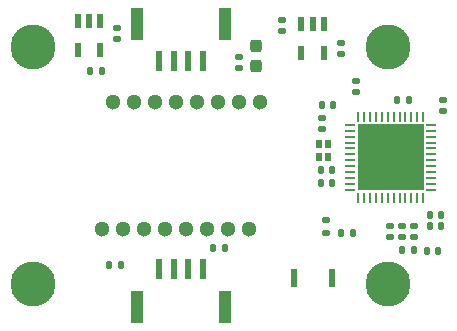
<source format=gbr>
%TF.GenerationSoftware,KiCad,Pcbnew,9.0.5*%
%TF.CreationDate,2025-10-14T06:31:36+02:00*%
%TF.ProjectId,PCB_Mouse,5043425f-4d6f-4757-9365-2e6b69636164,rev?*%
%TF.SameCoordinates,Original*%
%TF.FileFunction,Soldermask,Top*%
%TF.FilePolarity,Negative*%
%FSLAX46Y46*%
G04 Gerber Fmt 4.6, Leading zero omitted, Abs format (unit mm)*
G04 Created by KiCad (PCBNEW 9.0.5) date 2025-10-14 06:31:36*
%MOMM*%
%LPD*%
G01*
G04 APERTURE LIST*
G04 Aperture macros list*
%AMRoundRect*
0 Rectangle with rounded corners*
0 $1 Rounding radius*
0 $2 $3 $4 $5 $6 $7 $8 $9 X,Y pos of 4 corners*
0 Add a 4 corners polygon primitive as box body*
4,1,4,$2,$3,$4,$5,$6,$7,$8,$9,$2,$3,0*
0 Add four circle primitives for the rounded corners*
1,1,$1+$1,$2,$3*
1,1,$1+$1,$4,$5*
1,1,$1+$1,$6,$7*
1,1,$1+$1,$8,$9*
0 Add four rect primitives between the rounded corners*
20,1,$1+$1,$2,$3,$4,$5,0*
20,1,$1+$1,$4,$5,$6,$7,0*
20,1,$1+$1,$6,$7,$8,$9,0*
20,1,$1+$1,$8,$9,$2,$3,0*%
G04 Aperture macros list end*
%ADD10RoundRect,0.135000X-0.135000X-0.185000X0.135000X-0.185000X0.135000X0.185000X-0.135000X0.185000X0*%
%ADD11RoundRect,0.135000X0.135000X0.185000X-0.135000X0.185000X-0.135000X-0.185000X0.135000X-0.185000X0*%
%ADD12RoundRect,0.140000X-0.170000X0.140000X-0.170000X-0.140000X0.170000X-0.140000X0.170000X0.140000X0*%
%ADD13RoundRect,0.140000X0.170000X-0.140000X0.170000X0.140000X-0.170000X0.140000X-0.170000X-0.140000X0*%
%ADD14RoundRect,0.135000X0.185000X-0.135000X0.185000X0.135000X-0.185000X0.135000X-0.185000X-0.135000X0*%
%ADD15RoundRect,0.147500X-0.147500X-0.172500X0.147500X-0.172500X0.147500X0.172500X-0.147500X0.172500X0*%
%ADD16R,0.600000X1.150000*%
%ADD17C,3.800000*%
%ADD18R,0.550000X0.750000*%
%ADD19R,0.600000X1.700000*%
%ADD20R,1.000000X2.700000*%
%ADD21RoundRect,0.140000X-0.140000X-0.170000X0.140000X-0.170000X0.140000X0.170000X-0.140000X0.170000X0*%
%ADD22R,0.550000X1.500000*%
%ADD23RoundRect,0.140000X0.140000X0.170000X-0.140000X0.170000X-0.140000X-0.170000X0.140000X-0.170000X0*%
%ADD24C,1.300000*%
%ADD25RoundRect,0.062500X-0.375000X-0.062500X0.375000X-0.062500X0.375000X0.062500X-0.375000X0.062500X0*%
%ADD26RoundRect,0.062500X-0.062500X-0.375000X0.062500X-0.375000X0.062500X0.375000X-0.062500X0.375000X0*%
%ADD27R,5.600000X5.600000*%
%ADD28RoundRect,0.237500X0.237500X-0.300000X0.237500X0.300000X-0.237500X0.300000X-0.237500X-0.300000X0*%
G04 APERTURE END LIST*
D10*
%TO.C,R4*%
X93890000Y-108400000D03*
X94910000Y-108400000D03*
%TD*%
D11*
%TO.C,R2*%
X114540000Y-105730000D03*
X113520000Y-105730000D03*
%TD*%
D12*
%TO.C,C3*%
X94610000Y-88340000D03*
X94610000Y-89300000D03*
%TD*%
D13*
%TO.C,C7*%
X118700000Y-106080000D03*
X118700000Y-105120000D03*
%TD*%
D14*
%TO.C,R5*%
X112280000Y-105680000D03*
X112280000Y-104660000D03*
%TD*%
D12*
%TO.C,C16*%
X122150000Y-94460000D03*
X122150000Y-95420000D03*
%TD*%
D11*
%TO.C,R1*%
X119320000Y-94500000D03*
X118300000Y-94500000D03*
%TD*%
D15*
%TO.C,D3*%
X120825000Y-107210000D03*
X121795000Y-107210000D03*
%TD*%
D16*
%TO.C,IC1*%
X112090000Y-88000000D03*
X111140000Y-88000000D03*
X110190000Y-88000000D03*
X110190000Y-90500000D03*
X112090000Y-90500000D03*
%TD*%
D13*
%TO.C,C4*%
X113530000Y-90600000D03*
X113530000Y-89640000D03*
%TD*%
D17*
%TO.C,H2*%
X117500000Y-90000000D03*
%TD*%
D13*
%TO.C,C10*%
X117700000Y-106080000D03*
X117700000Y-105120000D03*
%TD*%
D18*
%TO.C,Y1*%
X111725000Y-98190000D03*
X111725000Y-99290000D03*
X112475000Y-99290000D03*
X112475000Y-98190000D03*
%TD*%
D19*
%TO.C,J2*%
X101875000Y-91200000D03*
X100625000Y-91200000D03*
X99375000Y-91200000D03*
X98125000Y-91200000D03*
D20*
X103725000Y-88000000D03*
X96275000Y-88000000D03*
%TD*%
D13*
%TO.C,C2*%
X104890000Y-91790000D03*
X104890000Y-90830000D03*
%TD*%
D12*
%TO.C,C17*%
X114860000Y-92810000D03*
X114860000Y-93770000D03*
%TD*%
D19*
%TO.C,J1*%
X98125000Y-108800000D03*
X99375000Y-108800000D03*
X100625000Y-108800000D03*
X101875000Y-108800000D03*
D20*
X96275000Y-112000000D03*
X103725000Y-112000000D03*
%TD*%
D21*
%TO.C,C6*%
X111820000Y-101500000D03*
X112780000Y-101500000D03*
%TD*%
D22*
%TO.C,SW1*%
X109555000Y-109570000D03*
X112805000Y-109570000D03*
%TD*%
D12*
%TO.C,C13*%
X111900000Y-95980000D03*
X111900000Y-96940000D03*
%TD*%
D10*
%TO.C,R20*%
X118740000Y-107180000D03*
X119760000Y-107180000D03*
%TD*%
D23*
%TO.C,C12*%
X112780000Y-100400000D03*
X111820000Y-100400000D03*
%TD*%
D13*
%TO.C,C8*%
X119700000Y-106080000D03*
X119700000Y-105120000D03*
%TD*%
D23*
%TO.C,C5*%
X93290000Y-91990000D03*
X92330000Y-91990000D03*
%TD*%
D21*
%TO.C,C11*%
X121060000Y-105160000D03*
X122020000Y-105160000D03*
%TD*%
D24*
%TO.C,U1*%
X106675000Y-94650000D03*
X104895000Y-94650000D03*
X103115000Y-94650000D03*
X101335000Y-94650000D03*
X99555000Y-94650000D03*
X97775000Y-94650000D03*
X95995000Y-94650000D03*
X94215000Y-94650000D03*
X93325000Y-105350000D03*
X95105000Y-105350000D03*
X96885000Y-105350000D03*
X98665000Y-105350000D03*
X100445000Y-105350000D03*
X102225000Y-105350000D03*
X104005000Y-105350000D03*
X105785000Y-105350000D03*
%TD*%
D23*
%TO.C,C15*%
X122030000Y-104230000D03*
X121070000Y-104230000D03*
%TD*%
D17*
%TO.C,H1*%
X87500000Y-90000000D03*
%TD*%
D21*
%TO.C,C9*%
X111950000Y-94910000D03*
X112910000Y-94910000D03*
%TD*%
D25*
%TO.C,U2*%
X114315000Y-96560000D03*
X114315000Y-97060000D03*
X114315000Y-97560000D03*
X114315000Y-98060000D03*
X114315000Y-98560000D03*
X114315000Y-99060000D03*
X114315000Y-99560000D03*
X114315000Y-100060000D03*
X114315000Y-100560000D03*
X114315000Y-101060000D03*
X114315000Y-101560000D03*
X114315000Y-102060000D03*
D26*
X115002500Y-102747500D03*
X115502500Y-102747500D03*
X116002500Y-102747500D03*
X116502500Y-102747500D03*
X117002500Y-102747500D03*
X117502500Y-102747500D03*
X118002500Y-102747500D03*
X118502500Y-102747500D03*
X119002500Y-102747500D03*
X119502500Y-102747500D03*
X120002500Y-102747500D03*
X120502500Y-102747500D03*
D25*
X121190000Y-102060000D03*
X121190000Y-101560000D03*
X121190000Y-101060000D03*
X121190000Y-100560000D03*
X121190000Y-100060000D03*
X121190000Y-99560000D03*
X121190000Y-99060000D03*
X121190000Y-98560000D03*
X121190000Y-98060000D03*
X121190000Y-97560000D03*
X121190000Y-97060000D03*
X121190000Y-96560000D03*
D26*
X120502500Y-95872500D03*
X120002500Y-95872500D03*
X119502500Y-95872500D03*
X119002500Y-95872500D03*
X118502500Y-95872500D03*
X118002500Y-95872500D03*
X117502500Y-95872500D03*
X117002500Y-95872500D03*
X116502500Y-95872500D03*
X116002500Y-95872500D03*
X115502500Y-95872500D03*
X115002500Y-95872500D03*
D27*
X117752500Y-99310000D03*
%TD*%
D16*
%TO.C,IC2*%
X93160000Y-87750000D03*
X92210000Y-87750000D03*
X91260000Y-87750000D03*
X91260000Y-90250000D03*
X93160000Y-90250000D03*
%TD*%
D17*
%TO.C,H3*%
X87500000Y-110000000D03*
%TD*%
D10*
%TO.C,R3*%
X102730000Y-106950000D03*
X103750000Y-106950000D03*
%TD*%
D12*
%TO.C,C14*%
X108560000Y-87690000D03*
X108560000Y-88650000D03*
%TD*%
D17*
%TO.C,H4*%
X117500000Y-110000000D03*
%TD*%
D28*
%TO.C,C1*%
X106340000Y-91612500D03*
X106340000Y-89887500D03*
%TD*%
M02*

</source>
